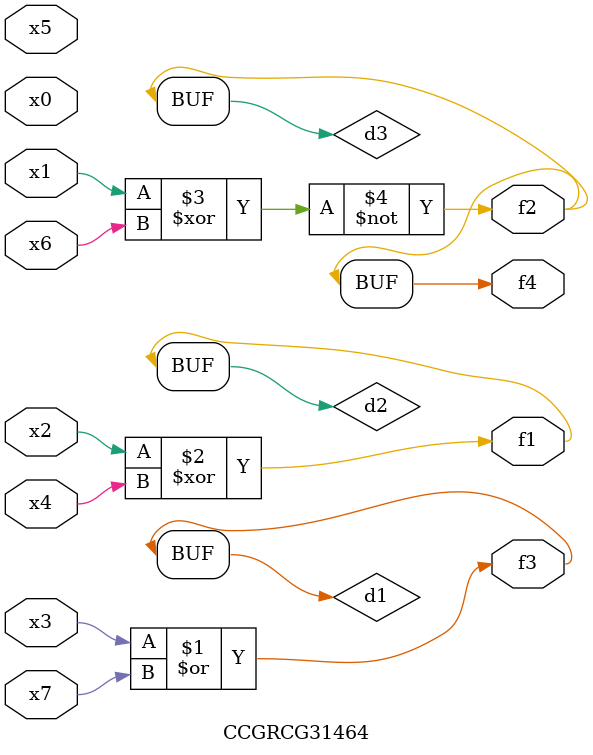
<source format=v>
module CCGRCG31464(
	input x0, x1, x2, x3, x4, x5, x6, x7,
	output f1, f2, f3, f4
);

	wire d1, d2, d3;

	or (d1, x3, x7);
	xor (d2, x2, x4);
	xnor (d3, x1, x6);
	assign f1 = d2;
	assign f2 = d3;
	assign f3 = d1;
	assign f4 = d3;
endmodule

</source>
